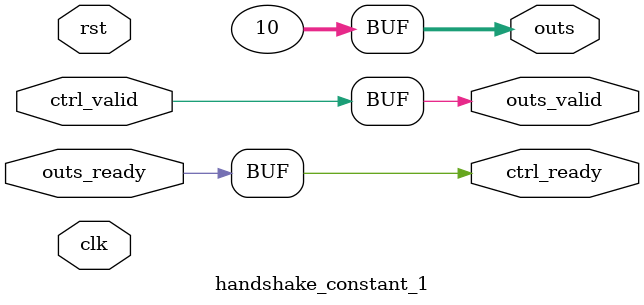
<source format=v>
`timescale 1ns / 1ps
module handshake_constant_1 #(
  parameter DATA_WIDTH = 32  // Default set to 32 bits
) (
  input                       clk,
  input                       rst,
  // Input Channel
  input                       ctrl_valid,
  output                      ctrl_ready,
  // Output Channel
  output [DATA_WIDTH - 1 : 0] outs,
  output                      outs_valid,
  input                       outs_ready
);
  assign outs       = 5'b01010;
  assign outs_valid = ctrl_valid;
  assign ctrl_ready = outs_ready;

endmodule

</source>
